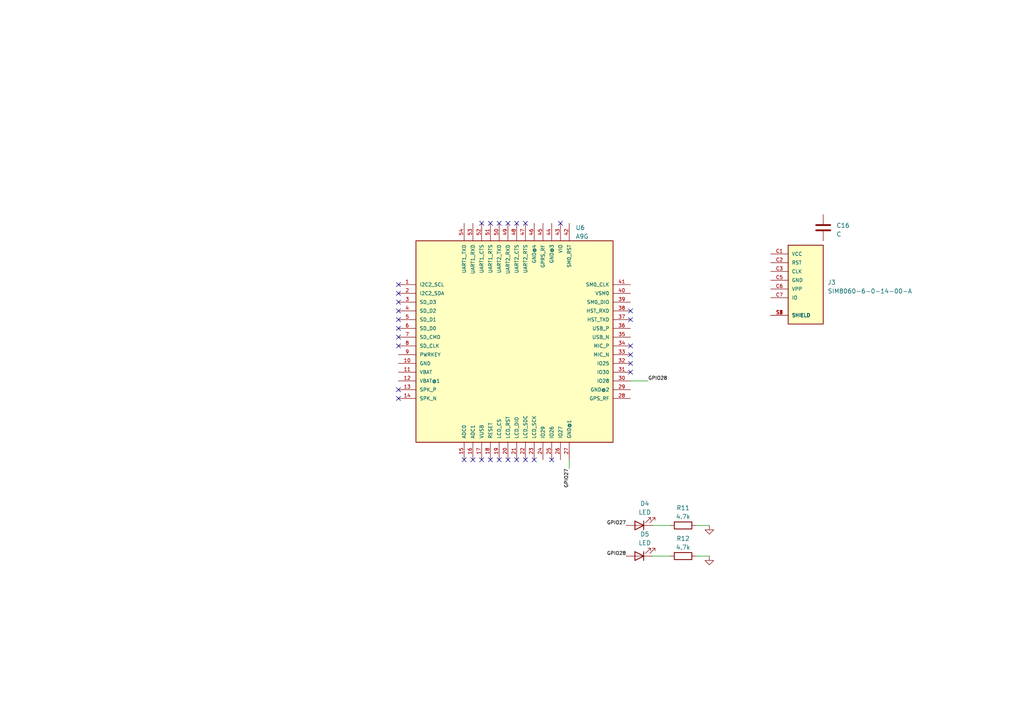
<source format=kicad_sch>
(kicad_sch (version 20230121) (generator eeschema)
  (paper "A4")
  (lib_symbols
    (symbol "A9G:A9G" (pin_names (offset 1.016))
      (property "Reference" "U" (at 0 0 0))
      (property "Value" "A9G" (at 0 0 0))
      (symbol "A9G_0_0"
        (rectangle (start -29.21 -29.21) (end 27.94 29.21) (stroke (width 0.254)) (fill (type background)))
        (pin bidirectional line (at -34.29 16.51 0) (length 5.08) (name "I2C2_SCL") (number "1"))
        (pin bidirectional line (at -34.29 -6.35 0) (length 5.08) (name "GND") (number "10"))
        (pin bidirectional line (at -34.29 -8.89 0) (length 5.08) (name "VBAT") (number "11"))
        (pin bidirectional line (at -34.29 -11.43 0) (length 5.08) (name "VBAT@1") (number "12"))
        (pin bidirectional line (at -34.29 -13.97 0) (length 5.08) (name "SPK_P") (number "13"))
        (pin bidirectional line (at -34.29 -16.51 0) (length 5.08) (name "SPK_N") (number "14"))
        (pin bidirectional line (at -15.24 -34.29 90) (length 5.08) (name "ADC0") (number "15"))
        (pin bidirectional line (at -12.7 -34.29 90) (length 5.08) (name "ADC1") (number "16"))
        (pin bidirectional line (at -10.16 -34.29 90) (length 5.08) (name "VUSB") (number "17"))
        (pin bidirectional line (at -7.62 -34.29 90) (length 5.08) (name "RESET") (number "18"))
        (pin bidirectional line (at -5.08 -34.29 90) (length 5.08) (name "LCD_CS") (number "19"))
        (pin bidirectional line (at -34.29 13.97 0) (length 5.08) (name "I2C2_SDA") (number "2"))
        (pin bidirectional line (at -2.54 -34.29 90) (length 5.08) (name "LCD_RST") (number "20"))
        (pin bidirectional line (at 0 -34.29 90) (length 5.08) (name "LCD_DIO") (number "21"))
        (pin bidirectional line (at 2.54 -34.29 90) (length 5.08) (name "LCD_SDC") (number "22"))
        (pin bidirectional line (at 5.08 -34.29 90) (length 5.08) (name "LCD_SCK") (number "23"))
        (pin bidirectional line (at 7.62 -34.29 90) (length 5.08) (name "IO29") (number "24"))
        (pin bidirectional line (at 10.16 -34.29 90) (length 5.08) (name "IO26") (number "25"))
        (pin bidirectional line (at 12.7 -34.29 90) (length 5.08) (name "IO27") (number "26"))
        (pin bidirectional line (at 15.24 -34.29 90) (length 5.08) (name "GND@1") (number "27"))
        (pin bidirectional line (at 33.02 -16.51 180) (length 5.08) (name "GPS_RF") (number "28"))
        (pin bidirectional line (at 33.02 -13.97 180) (length 5.08) (name "GND@2") (number "29"))
        (pin bidirectional line (at -34.29 11.43 0) (length 5.08) (name "SD_D3") (number "3"))
        (pin bidirectional line (at 33.02 -11.43 180) (length 5.08) (name "IO28") (number "30"))
        (pin bidirectional line (at 33.02 -8.89 180) (length 5.08) (name "IO30") (number "31"))
        (pin bidirectional line (at 33.02 -6.35 180) (length 5.08) (name "IO25") (number "32"))
        (pin bidirectional line (at 33.02 -3.81 180) (length 5.08) (name "MIC_N") (number "33"))
        (pin bidirectional line (at 33.02 -1.27 180) (length 5.08) (name "MIC_P") (number "34"))
        (pin bidirectional line (at 33.02 1.27 180) (length 5.08) (name "USB_N") (number "35"))
        (pin bidirectional line (at 33.02 3.81 180) (length 5.08) (name "USB_P") (number "36"))
        (pin bidirectional line (at 33.02 6.35 180) (length 5.08) (name "HST_TXD") (number "37"))
        (pin bidirectional line (at 33.02 8.89 180) (length 5.08) (name "HST_RXD") (number "38"))
        (pin bidirectional line (at 33.02 11.43 180) (length 5.08) (name "SM0_DIO") (number "39"))
        (pin bidirectional line (at -34.29 8.89 0) (length 5.08) (name "SD_D2") (number "4"))
        (pin bidirectional line (at 33.02 13.97 180) (length 5.08) (name "VSM0") (number "40"))
        (pin bidirectional line (at 33.02 16.51 180) (length 5.08) (name "SM0_CLK") (number "41"))
        (pin bidirectional line (at 15.24 34.29 270) (length 5.08) (name "SM0_RST") (number "42"))
        (pin bidirectional line (at 12.7 34.29 270) (length 5.08) (name "VIO") (number "43"))
        (pin bidirectional line (at 10.16 34.29 270) (length 5.08) (name "GND@3") (number "44"))
        (pin bidirectional line (at 7.62 34.29 270) (length 5.08) (name "GPRS_RF") (number "45"))
        (pin bidirectional line (at 5.08 34.29 270) (length 5.08) (name "GND@4") (number "46"))
        (pin bidirectional line (at 2.54 34.29 270) (length 5.08) (name "UART2_RTS") (number "47"))
        (pin bidirectional line (at 0 34.29 270) (length 5.08) (name "UART2_CTS") (number "48"))
        (pin bidirectional line (at -2.54 34.29 270) (length 5.08) (name "UART2_RXD") (number "49"))
        (pin bidirectional line (at -34.29 6.35 0) (length 5.08) (name "SD_D1") (number "5"))
        (pin bidirectional line (at -5.08 34.29 270) (length 5.08) (name "UART2_TXD") (number "50"))
        (pin bidirectional line (at -7.62 34.29 270) (length 5.08) (name "UART1_RTS") (number "51"))
        (pin bidirectional line (at -10.16 34.29 270) (length 5.08) (name "UART1_CTS") (number "52"))
        (pin bidirectional line (at -12.7 34.29 270) (length 5.08) (name "UART1_RXD") (number "53"))
        (pin bidirectional line (at -15.24 34.29 270) (length 5.08) (name "UART1_TXD") (number "54"))
        (pin bidirectional line (at -34.29 3.81 0) (length 5.08) (name "SD_D0") (number "6"))
        (pin bidirectional line (at -34.29 1.27 0) (length 5.08) (name "SD_CMD") (number "7"))
        (pin bidirectional line (at -34.29 -1.27 0) (length 5.08) (name "SD_CLK") (number "8"))
        (pin bidirectional line (at -34.29 -3.81 0) (length 5.08) (name "PWRKEY") (number "9"))
      )
    )
    (symbol "Device:C" (pin_numbers hide) (pin_names (offset 0.254))
      (property "Reference" "C" (at 0.635 2.54 0))
      (property "Value" "C" (at 0.635 -2.54 0))
      (symbol "C_0_1"
        (polyline (pts (xy -2.032 -0.762) (xy 2.032 -0.762)) (stroke (width 0.508)))
        (polyline (pts (xy -2.032 0.762) (xy 2.032 0.762)) (stroke (width 0.508)))
      )
      (symbol "C_1_1"
        (pin passive line (at 0 3.81 270) (length 2.794) (name "~") (number "1"))
        (pin passive line (at 0 -3.81 90) (length 2.794) (name "~") (number "2"))
      )
    )
    (symbol "Device:LED" (pin_numbers hide) (pin_names (offset 1.016) hide)
      (property "Reference" "D" (at 0 2.54 0))
      (property "Value" "LED" (at 0 -2.54 0))
      (symbol "LED_0_1"
        (polyline (pts (xy -1.27 -1.27) (xy -1.27 1.27)) (stroke (width 0.254)))
        (polyline (pts (xy -1.27 0) (xy 1.27 0)))
        (polyline (pts (xy 1.27 -1.27) (xy 1.27 1.27) (xy -1.27 0) (xy 1.27 -1.27)) (stroke (width 0.254)))
        (polyline (pts (xy -3.048 -0.762) (xy -4.572 -2.286) (xy -3.81 -2.286) (xy -4.572 -2.286) (xy -4.572 -1.524)))
        (polyline (pts (xy -1.778 -0.762) (xy -3.302 -2.286) (xy -2.54 -2.286) (xy -3.302 -2.286) (xy -3.302 -1.524)))
      )
      (symbol "LED_1_1"
        (pin passive line (at -3.81 0 0) (length 2.54) (name "K") (number "1"))
        (pin passive line (at 3.81 0 180) (length 2.54) (name "A") (number "2"))
      )
    )
    (symbol "Device:R" (pin_numbers hide) (pin_names (offset 0))
      (property "Reference" "R" (at 2.032 0 90))
      (property "Value" "R" (at 0 0 90))
      (symbol "R_0_1"
        (rectangle (start -1.016 -2.54) (end 1.016 2.54) (stroke (width 0.254)))
      )
      (symbol "R_1_1"
        (pin passive line (at 0 3.81 270) (length 1.27) (name "~") (number "1"))
        (pin passive line (at 0 -3.81 90) (length 1.27) (name "~") (number "2"))
      )
    )
    (symbol "SIM8060-6-0-14-00-A:SIM8060-6-0-14-00-A" (pin_names (offset 1.016))
      (property "Reference" "J" (at -5.0895 13.3599 0))
      (property "Value" "SIM8060-6-0-14-00-A" (at -5.0859 -12.7178 0))
      (symbol "SIM8060-6-0-14-00-A_0_0"
        (rectangle (start -5.08 -10.16) (end 5.08 12.7) (stroke (width 0.254)) (fill (type background)))
        (pin passive line (at -10.16 10.16 0) (length 5.08) (name "VCC") (number "C1"))
        (pin passive line (at -10.16 7.62 0) (length 5.08) (name "RST") (number "C2"))
        (pin passive line (at -10.16 5.08 0) (length 5.08) (name "CLK") (number "C3"))
        (pin passive line (at -10.16 2.54 0) (length 5.08) (name "GND") (number "C5"))
        (pin passive line (at -10.16 0 0) (length 5.08) (name "VPP") (number "C6"))
        (pin passive line (at -10.16 -2.54 0) (length 5.08) (name "IO") (number "C7"))
        (pin passive line (at -10.16 -7.62 0) (length 5.08) (name "SHIELD") (number "S1"))
        (pin passive line (at -10.16 -7.62 0) (length 5.08) (name "SHIELD") (number "S2"))
        (pin passive line (at -10.16 -7.62 0) (length 5.08) (name "SHIELD") (number "S3"))
        (pin passive line (at -10.16 -7.62 0) (length 5.08) (name "SHIELD") (number "S4"))
      )
    )
    (symbol "power:GND" (power) (pin_names (offset 0))
      (property "Value" "GND" (at 0 -3.81 0))
      (symbol "GND_0_1"
        (polyline (pts (xy 0 0) (xy 0 -1.27) (xy 1.27 -1.27) (xy 0 -2.54) (xy -1.27 -1.27) (xy 0 -1.27)))
      )
      (symbol "GND_1_1"
        (pin power_in line (at 0 0 270) (length 0) hide (name "GND") (number "1"))
      )
    )
  )
  (no_connect (at 115.57 90.17))
  (no_connect (at 139.7 64.77))
  (no_connect (at 115.57 97.79))
  (no_connect (at 142.24 133.35))
  (no_connect (at 115.57 82.55))
  (no_connect (at 115.57 92.71))
  (no_connect (at 147.32 64.77))
  (no_connect (at 144.78 64.77))
  (no_connect (at 115.57 95.25))
  (no_connect (at 152.4 64.77))
  (no_connect (at 160.02 133.35))
  (no_connect (at 147.32 133.35))
  (no_connect (at 182.88 92.71))
  (no_connect (at 152.4 133.35))
  (no_connect (at 182.88 107.95))
  (no_connect (at 182.88 102.87))
  (no_connect (at 115.57 85.09))
  (no_connect (at 149.86 64.77))
  (no_connect (at 144.78 133.35))
  (no_connect (at 154.94 133.35))
  (no_connect (at 162.56 64.77))
  (no_connect (at 115.57 113.03))
  (no_connect (at 142.24 64.77))
  (no_connect (at 149.86 133.35))
  (no_connect (at 115.57 115.57))
  (no_connect (at 115.57 100.33))
  (no_connect (at 137.16 133.35))
  (no_connect (at 115.57 87.63))
  (no_connect (at 182.88 105.41))
  (no_connect (at 134.62 133.35))
  (no_connect (at 139.7 133.35))
  (no_connect (at 182.88 90.17))
  (no_connect (at 182.88 100.33))
  (wire (pts (xy 201.93 161.29) (xy 205.74 161.29)))
  (wire (pts (xy 187.96 110.49) (xy 182.88 110.49)))
  (wire (pts (xy 189.23 161.29) (xy 194.31 161.29)))
  (wire (pts (xy 189.23 152.4) (xy 194.31 152.4)))
  (wire (pts (xy 165.1 135.89) (xy 165.1 133.35)))
  (wire (pts (xy 201.93 152.4) (xy 205.74 152.4)))
  (label "GPIO27" (at 181.61 152.4 180) (effects (font (size 1 1))))
  (label "GPIO28" (at 181.61 161.29 180) (effects (font (size 1 1))))
  (label "GPIO28" (at 187.96 110.49 0) (effects (font (size 1 1))))
  (label "GPIO27" (at 165.1 135.89 270) (effects (font (size 1 1))))
  (symbol (lib_id "A9G:A9G") (at 149.86 99.06 0) (unit 1)
    (property "Reference" "U6" (at 166.9289 66.04 0) (effects (justify left)))
    (property "Value" "A9G" (at 166.9289 68.58 0) (effects (justify left)))
    (property "Footprint" "A9G" (effects hide))
  )
  (symbol (lib_id "power:GND") (at 205.74 161.29 0) (unit 1)
    (property "Reference" "#PWR025" (effects hide))
    (property "Value" "GND" (effects hide))
  )
  (symbol (lib_id "Device:LED") (at 185.42 161.29 180) (unit 1)
    (property "Reference" "D5" (at 187.0075 154.94 0))
    (property "Value" "LED" (at 187.0075 157.48 0))
  )
  (symbol (lib_id "SIM8060-6-0-14-00-A:SIM8060-6-0-14-00-A") (at 233.68 83.82 0) (unit 1)
    (property "Reference" "J3" (at 240.03 81.915 0) (effects (justify left)))
    (property "Value" "SIM8060-6-0-14-00-A" (at 240.03 84.455 0) (effects (justify left)))
    (property "Footprint" "GCT_SIM8060-6-0-14-00-A" (effects hide))
    (property "MF" "Global Connector Technology" (effects hide))
    (property "DESCRIPTION" "SIM8060 is a hinged Sim Card Connector. With 6 contacts, with switch for card detection. Profile above PCB is 1.43mm." (effects hide))
    (property "PACKAGE" "Package Analog Devices" (effects hide))
    (property "MP" "SIM8060-6-0-14-00-A" (effects hide))
  )
  (symbol (lib_id "power:GND") (at 205.74 152.4 0) (unit 1)
    (property "Reference" "#PWR024" (effects hide))
    (property "Value" "GND" (effects hide))
  )
  (symbol (lib_id "Device:C") (at 238.76 66.04 0) (unit 1)
    (property "Reference" "C16" (at 242.57 65.405 0) (effects (justify left)))
    (property "Value" "C" (at 242.57 67.945 0) (effects (justify left)))
  )
  (symbol (lib_id "Device:R") (at 198.12 161.29 90) (unit 1)
    (property "Reference" "R12" (at 198.12 156.21 90))
    (property "Value" "4.7k" (at 198.12 158.75 90))
  )
  (symbol (lib_id "Device:R") (at 198.12 152.4 90) (unit 1)
    (property "Reference" "R11" (at 198.12 147.32 90))
    (property "Value" "4.7k" (at 198.12 149.86 90))
  )
  (symbol (lib_id "Device:LED") (at 185.42 152.4 180) (unit 1)
    (property "Reference" "D4" (at 187.0075 146.05 0))
    (property "Value" "LED" (at 187.0075 148.59 0))
  )
)
</source>
